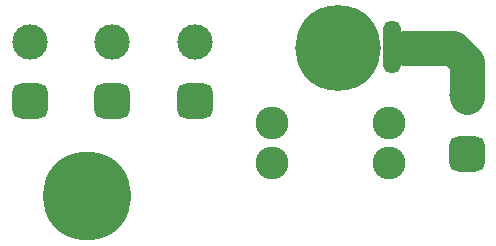
<source format=gbr>
%TF.GenerationSoftware,KiCad,Pcbnew,8.0.5*%
%TF.CreationDate,2024-12-04T12:45:57-05:00*%
%TF.ProjectId,RailsidePDB,5261696c-7369-4646-9550-44422e6b6963,rev?*%
%TF.SameCoordinates,Original*%
%TF.FileFunction,Copper,L1,Top*%
%TF.FilePolarity,Positive*%
%FSLAX46Y46*%
G04 Gerber Fmt 4.6, Leading zero omitted, Abs format (unit mm)*
G04 Created by KiCad (PCBNEW 8.0.5) date 2024-12-04 12:45:57*
%MOMM*%
%LPD*%
G01*
G04 APERTURE LIST*
G04 Aperture macros list*
%AMRoundRect*
0 Rectangle with rounded corners*
0 $1 Rounding radius*
0 $2 $3 $4 $5 $6 $7 $8 $9 X,Y pos of 4 corners*
0 Add a 4 corners polygon primitive as box body*
4,1,4,$2,$3,$4,$5,$6,$7,$8,$9,$2,$3,0*
0 Add four circle primitives for the rounded corners*
1,1,$1+$1,$2,$3*
1,1,$1+$1,$4,$5*
1,1,$1+$1,$6,$7*
1,1,$1+$1,$8,$9*
0 Add four rect primitives between the rounded corners*
20,1,$1+$1,$2,$3,$4,$5,0*
20,1,$1+$1,$4,$5,$6,$7,0*
20,1,$1+$1,$6,$7,$8,$9,0*
20,1,$1+$1,$8,$9,$2,$3,0*%
G04 Aperture macros list end*
%TA.AperFunction,ComponentPad*%
%ADD10O,7.500000X7.500000*%
%TD*%
%TA.AperFunction,SMDPad,CuDef*%
%ADD11O,1.500000X4.500000*%
%TD*%
%TA.AperFunction,ComponentPad*%
%ADD12RoundRect,0.750000X0.750000X-0.750000X0.750000X0.750000X-0.750000X0.750000X-0.750000X-0.750000X0*%
%TD*%
%TA.AperFunction,ComponentPad*%
%ADD13C,3.000000*%
%TD*%
%TA.AperFunction,ComponentPad*%
%ADD14O,7.250000X7.250000*%
%TD*%
%TA.AperFunction,ComponentPad*%
%ADD15C,2.780000*%
%TD*%
%TA.AperFunction,Conductor*%
%ADD16C,3.000000*%
%TD*%
%TA.AperFunction,Conductor*%
%ADD17C,1.500000*%
%TD*%
G04 APERTURE END LIST*
D10*
%TO.P,,2,B*%
%TO.N,N/C*%
X76340000Y-79500000D03*
%TD*%
D11*
%TO.P,,2,B*%
%TO.N,Net-(BT4--)*%
X102200000Y-66900000D03*
%TD*%
D12*
%TO.P,BT2,1,+*%
%TO.N,Net-(BT1-+)*%
X78500000Y-71500000D03*
D13*
%TO.P,BT2,2,-*%
%TO.N,Net-(BT1--)*%
X78500000Y-66500000D03*
%TD*%
D14*
%TO.P,,*%
%TO.N,*%
X97640000Y-67000000D03*
%TD*%
D12*
%TO.P,BT3,1,+*%
%TO.N,Net-(BT1-+)*%
X71500000Y-71500000D03*
D13*
%TO.P,BT3,2,-*%
%TO.N,Net-(BT1--)*%
X71500000Y-66500000D03*
%TD*%
D12*
%TO.P,BT4,1,+*%
%TO.N,Net-(BT1-+)*%
X108500000Y-76000000D03*
D13*
%TO.P,BT4,2,-*%
%TO.N,Net-(BT4--)*%
X108500000Y-71000000D03*
%TD*%
D15*
%TO.P,Fuse,1*%
%TO.N,Net-(BT1--)*%
X92040000Y-73300000D03*
X92040000Y-76700000D03*
%TO.P,Fuse,2*%
%TO.N,Net-(SW1-A)*%
X101960000Y-73300000D03*
X101960000Y-76700000D03*
%TD*%
D12*
%TO.P,BT1,1,+*%
%TO.N,Net-(BT1-+)*%
X85500000Y-71500000D03*
D13*
%TO.P,BT1,2,-*%
%TO.N,Net-(BT1--)*%
X85500000Y-66500000D03*
%TD*%
D16*
%TO.N,Net-(BT4--)*%
X107340000Y-67000000D02*
X103250000Y-67000000D01*
X108500000Y-68160000D02*
X107340000Y-67000000D01*
X108500000Y-71110000D02*
X108500000Y-68160000D01*
D17*
%TO.N,Net-(BT1-+)*%
X85275000Y-70775000D02*
X85500000Y-71000000D01*
%TD*%
M02*

</source>
